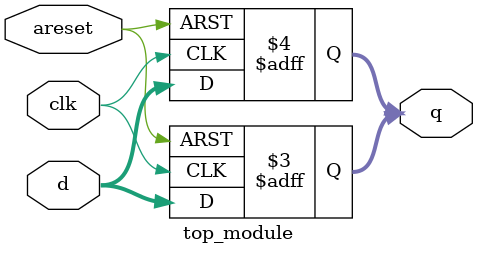
<source format=v>
module top_module (
    input clk,
    input areset,   // active high asynchronous reset
    input [7:0] d,
    output [7:0] q
);
    

    // Solution1
    always @(posedge clk or posedge areset) begin
        if(areset) begin
            q <= 0;
        end
        else begin
            q <= d;
        end
    end


    // Solution2 (from HDLBits)
    // The only difference in code compared to synchronous reset is in the sensitivity list.
	always @(posedge clk, posedge areset)
    if (areset)
        q <= 0;
    else
        q <= d;


// In Verilog, the sensitivity list looks strange. The FF's reset is sensitive to the
// *level* of areset, so why does using "posedge areset" work?
// To see why it works, consider the truth table for all events that change the input 
// signals, assuming clk and areset do not switch at precisely the same time:

//  clk		areset		output
//   x		 0->1		q <= 0; (because areset = 1)
//   x		 1->0		no change (always block not triggered)
//  0->1	   0		q <= d; (not resetting)
//  0->1	   1		q <= 0; (still resetting, q was 0 before too)
//  1->0	   x		no change (always block not triggered)

endmodule

</source>
